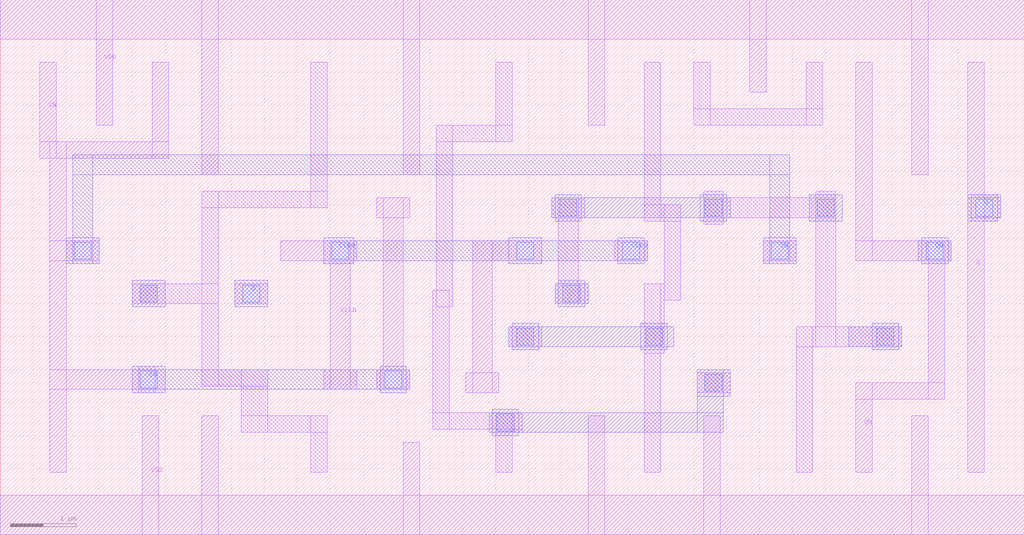
<source format=lef>
# Copyright 2022 Google LLC
# Licensed under the Apache License, Version 2.0 (the "License");
# you may not use this file except in compliance with the License.
# You may obtain a copy of the License at
#
#      http://www.apache.org/licenses/LICENSE-2.0
#
# Unless required by applicable law or agreed to in writing, software
# distributed under the License is distributed on an "AS IS" BASIS,
# WITHOUT WARRANTIES OR CONDITIONS OF ANY KIND, either express or implied.
# See the License for the specific language governing permissions and
# limitations under the License.
VERSION 5.7 ;
BUSBITCHARS "[]" ;
DIVIDERCHAR "/" ;

MACRO gf180mcu_osu_sc_12T_dffsn_1
  CLASS CORE ;
  ORIGIN 0 0 ;
  FOREIGN gf180mcu_osu_sc_12T_dffsn_1 0 0 ;
  SIZE 15.5 BY 8.1 ;
  SYMMETRY X Y ;
  SITE GF180_3p3_12t ;
  PIN VDD
    DIRECTION INOUT ;
    USE POWER ;
    SHAPE ABUTMENT ;
    PORT
      LAYER MET1 ;
        RECT 0 7.5 15.5 8.1 ;
        RECT 13.8 5.45 14.05 8.1 ;
        RECT 11.35 6.7 11.6 8.1 ;
        RECT 8.9 6.2 9.15 8.1 ;
        RECT 6.1 5.45 6.35 8.1 ;
        RECT 3.05 5.45 3.3 8.1 ;
        RECT 1.45 6.2 1.7 8.1 ;
    END
  END VDD
  PIN VSS
    DIRECTION INOUT ;
    USE GROUND ;
    PORT
      LAYER MET1 ;
        RECT 0 0 15.5 0.6 ;
        RECT 13.8 0 14.05 1.8 ;
        RECT 10.65 0 10.9 1.8 ;
        RECT 8.9 0 9.15 1.8 ;
        RECT 6.1 0 6.35 1.4 ;
        RECT 3.05 0 3.3 1.8 ;
        RECT 2.15 0 2.4 1.8 ;
    END
  END VSS
  PIN CLKN
    DIRECTION INPUT ;
    USE CLOCK ;
    PORT
      LAYER MET1 ;
        RECT 9.3 4.15 9.8 4.45 ;
        RECT 7.15 4.15 8.2 4.45 ;
        RECT 7.05 2.15 7.55 2.45 ;
        RECT 7.15 2.15 7.45 4.45 ;
        RECT 4.25 4.15 5.4 4.45 ;
        RECT 4.9 2.2 5.4 2.5 ;
        RECT 5 2.2 5.3 4.45 ;
      LAYER MET2 ;
        RECT 4.9 4.15 9.8 4.45 ;
        RECT 9.35 4.1 9.75 4.5 ;
        RECT 7.7 4.1 8.2 4.5 ;
        RECT 4.9 4.1 5.35 4.5 ;
      LAYER VIA12 ;
        RECT 5.02 4.17 5.28 4.43 ;
        RECT 7.82 4.17 8.08 4.43 ;
        RECT 9.42 4.17 9.68 4.43 ;
    END
  END CLKN
  PIN D
    DIRECTION INPUT ;
    USE SIGNAL ;
    PORT
      LAYER MET1 ;
        RECT 3.55 3.5 4.05 3.8 ;
      LAYER MET2 ;
        RECT 3.55 3.45 4.05 3.85 ;
      LAYER VIA12 ;
        RECT 3.67 3.52 3.93 3.78 ;
    END
  END D
  PIN Q
    DIRECTION OUTPUT ;
    USE SIGNAL ;
    PORT
      LAYER MET1 ;
        RECT 14.65 4.8 15.15 5.15 ;
        RECT 14.65 4.75 15.1 5.15 ;
        RECT 14.65 0.95 14.9 7.15 ;
      LAYER MET2 ;
        RECT 14.65 4.8 15.15 5.1 ;
        RECT 14.7 4.75 15.1 5.15 ;
      LAYER VIA12 ;
        RECT 14.77 4.82 15.03 5.08 ;
    END
  END Q
  PIN QN
    DIRECTION OUTPUT ;
    USE SIGNAL ;
    PORT
      LAYER MET1 ;
        RECT 12.95 4.15 14.4 4.45 ;
        RECT 14.05 2.05 14.3 4.45 ;
        RECT 12.95 2.05 14.3 2.3 ;
        RECT 12.95 4.15 13.2 7.15 ;
        RECT 12.95 0.95 13.2 2.3 ;
      LAYER MET2 ;
        RECT 13.9 4.15 14.4 4.45 ;
        RECT 13.95 4.1 14.35 4.5 ;
      LAYER VIA12 ;
        RECT 14.02 4.17 14.28 4.43 ;
    END
  END QN
  PIN SN
    DIRECTION OUTPUT ;
    USE SIGNAL ;
    PORT
      LAYER MET1 ;
        RECT 11.55 4.15 12.05 4.45 ;
        RECT 5.7 4.8 6.2 5.1 ;
        RECT 5.7 2.2 6.2 2.5 ;
        RECT 5.8 2.2 6.1 5.1 ;
        RECT 2.3 5.7 2.55 7.15 ;
        RECT 0.75 2.2 2.5 2.5 ;
        RECT 2.1 2.15 2.35 2.55 ;
        RECT 0.6 5.7 2.55 5.95 ;
        RECT 0.75 4.15 1.5 4.45 ;
        RECT 0.75 0.95 1 5.95 ;
        RECT 0.6 5.7 0.85 7.15 ;
      LAYER MET2 ;
        RECT 11.55 4.1 12.05 4.5 ;
        RECT 1.1 5.45 11.95 5.75 ;
        RECT 11.65 4.1 11.95 5.75 ;
        RECT 1 4.1 1.5 4.5 ;
        RECT 1.1 4.1 1.4 5.75 ;
        RECT 2 2.2 6.2 2.5 ;
        RECT 5.75 2.15 6.15 2.55 ;
        RECT 2 2.15 2.5 2.55 ;
      LAYER VIA12 ;
        RECT 1.12 4.17 1.38 4.43 ;
        RECT 2.12 2.22 2.38 2.48 ;
        RECT 5.82 2.22 6.08 2.48 ;
        RECT 11.67 4.17 11.93 4.43 ;
    END
  END SN
  OBS
    LAYER MET2 ;
      RECT 13.2 2.8 13.6 3.2 ;
      RECT 12.85 2.85 13.65 3.15 ;
      RECT 10.55 2.1 11.05 2.5 ;
      RECT 10.55 1.55 10.95 2.5 ;
      RECT 7.45 1.5 7.85 1.9 ;
      RECT 7.4 1.55 10.95 1.85 ;
      RECT 10.6 4.75 11 5.15 ;
      RECT 8.4 4.75 8.8 5.15 ;
      RECT 8.35 4.8 11.05 5.1 ;
      RECT 9.7 2.8 10.1 3.2 ;
      RECT 7.75 2.8 8.15 3.2 ;
      RECT 7.7 2.85 10.2 3.15 ;
      RECT 8.45 3.45 8.85 3.85 ;
      RECT 8.4 3.5 8.9 3.8 ;
      RECT 12.25 4.75 12.75 5.15 ;
      RECT 2 3.45 2.5 3.85 ;
    LAYER VIA12 ;
      RECT 13.27 2.87 13.53 3.13 ;
      RECT 12.37 4.82 12.63 5.08 ;
      RECT 10.67 2.17 10.93 2.43 ;
      RECT 10.67 4.82 10.93 5.08 ;
      RECT 9.77 2.87 10.03 3.13 ;
      RECT 8.52 3.52 8.78 3.78 ;
      RECT 8.47 4.82 8.73 5.08 ;
      RECT 7.82 2.87 8.08 3.13 ;
      RECT 7.52 1.57 7.78 1.83 ;
      RECT 2.12 3.52 2.38 3.78 ;
    LAYER MET1 ;
      RECT 12.35 2.85 12.65 5.2 ;
      RECT 10.65 4.7 10.95 5.2 ;
      RECT 10.65 4.8 12.65 5.1 ;
      RECT 12.05 2.85 13.65 3.15 ;
      RECT 12.05 0.95 12.3 3.15 ;
      RECT 12.2 6.2 12.45 7.15 ;
      RECT 10.5 6.2 10.75 7.15 ;
      RECT 10.5 6.2 12.45 6.45 ;
      RECT 9.75 4.75 10 7.15 ;
      RECT 9.75 4.75 10.3 5 ;
      RECT 10.05 3.55 10.3 5 ;
      RECT 9.75 2.75 10.05 3.8 ;
      RECT 9.75 0.95 10 3.8 ;
      RECT 8.35 4.8 8.85 5.1 ;
      RECT 8.45 3.5 8.75 5.1 ;
      RECT 8.4 3.5 8.9 3.8 ;
      RECT 7.5 5.95 7.75 7.15 ;
      RECT 6.6 5.95 7.75 6.2 ;
      RECT 6.6 3.45 6.85 6.2 ;
      RECT 6.55 1.6 6.8 3.7 ;
      RECT 6.55 1.6 7.9 1.85 ;
      RECT 7.5 1.55 7.9 1.85 ;
      RECT 7.5 0.95 7.75 1.85 ;
      RECT 4.7 4.95 4.95 7.15 ;
      RECT 3.05 4.95 4.95 5.2 ;
      RECT 3.05 2.25 3.3 5.2 ;
      RECT 2 3.5 3.3 3.8 ;
      RECT 3.05 2.25 4.05 2.5 ;
      RECT 3.65 1.55 4.05 2.5 ;
      RECT 3.65 1.55 4.95 1.8 ;
      RECT 4.7 0.95 4.95 1.8 ;
      RECT 10.55 2.15 11.05 2.45 ;
      RECT 7.7 2.85 8.2 3.15 ;
  END
END gf180mcu_osu_sc_12T_dffsn_1

</source>
